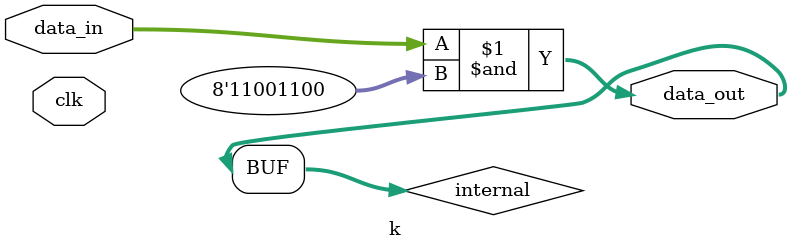
<source format=sv>
module k (
    input logic clk,
    input logic [7:0] data_in,
    output logic [7:0] data_out
);
    logic [7:0] internal;

    assign internal = data_in & 8'hCC;
    assign data_out = internal;

endmodule

</source>
